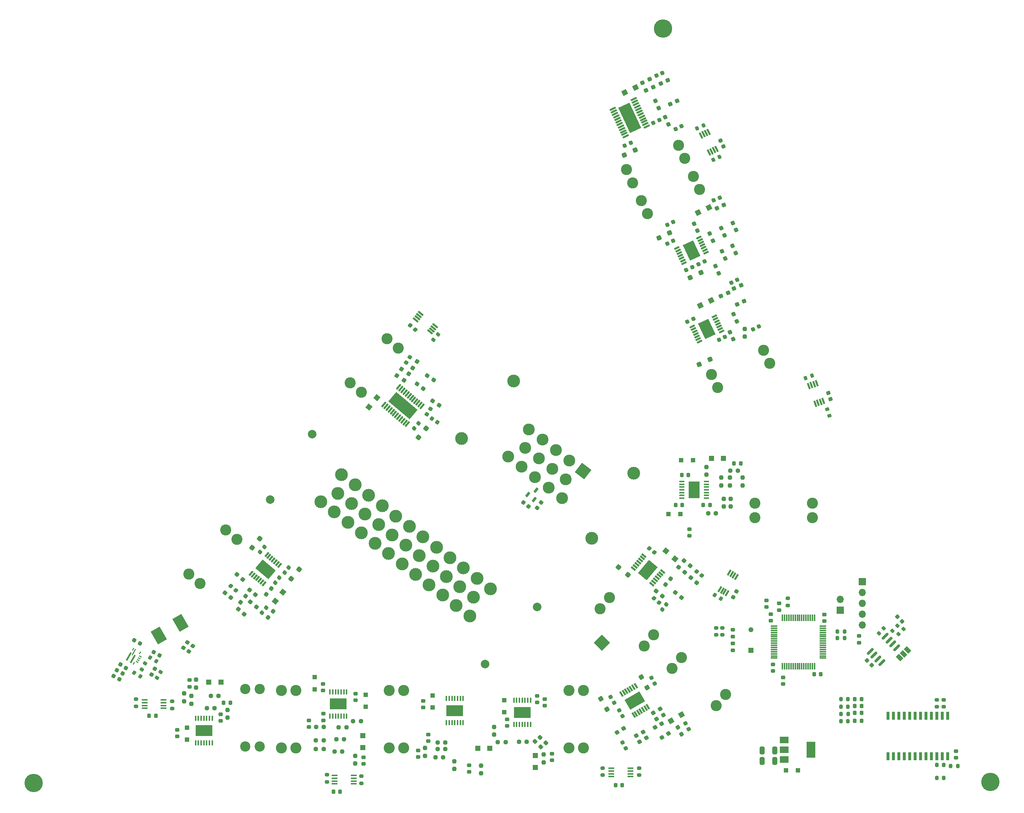
<source format=gbr>
%TF.GenerationSoftware,KiCad,Pcbnew,8.0.0*%
%TF.CreationDate,2024-03-07T18:38:20+01:00*%
%TF.ProjectId,PDU FT24,50445520-4654-4323-942e-6b696361645f,rev?*%
%TF.SameCoordinates,Original*%
%TF.FileFunction,Soldermask,Top*%
%TF.FilePolarity,Negative*%
%FSLAX46Y46*%
G04 Gerber Fmt 4.6, Leading zero omitted, Abs format (unit mm)*
G04 Created by KiCad (PCBNEW 8.0.0) date 2024-03-07 18:38:20*
%MOMM*%
%LPD*%
G01*
G04 APERTURE LIST*
G04 Aperture macros list*
%AMRoundRect*
0 Rectangle with rounded corners*
0 $1 Rounding radius*
0 $2 $3 $4 $5 $6 $7 $8 $9 X,Y pos of 4 corners*
0 Add a 4 corners polygon primitive as box body*
4,1,4,$2,$3,$4,$5,$6,$7,$8,$9,$2,$3,0*
0 Add four circle primitives for the rounded corners*
1,1,$1+$1,$2,$3*
1,1,$1+$1,$4,$5*
1,1,$1+$1,$6,$7*
1,1,$1+$1,$8,$9*
0 Add four rect primitives between the rounded corners*
20,1,$1+$1,$2,$3,$4,$5,0*
20,1,$1+$1,$4,$5,$6,$7,0*
20,1,$1+$1,$6,$7,$8,$9,0*
20,1,$1+$1,$8,$9,$2,$3,0*%
%AMRotRect*
0 Rectangle, with rotation*
0 The origin of the aperture is its center*
0 $1 length*
0 $2 width*
0 $3 Rotation angle, in degrees counterclockwise*
0 Add horizontal line*
21,1,$1,$2,0,0,$3*%
G04 Aperture macros list end*
%ADD10R,0.450000X1.310000*%
%ADD11R,4.000000X2.650000*%
%ADD12R,1.475000X0.450000*%
%ADD13RoundRect,0.250000X0.325000X0.650000X-0.325000X0.650000X-0.325000X-0.650000X0.325000X-0.650000X0*%
%ADD14RoundRect,0.225000X0.046884X-0.333057X0.336138X0.011663X-0.046884X0.333057X-0.336138X-0.011663X0*%
%ADD15RoundRect,0.237500X0.237500X-0.250000X0.237500X0.250000X-0.237500X0.250000X-0.237500X-0.250000X0*%
%ADD16RoundRect,0.237500X-0.250000X-0.237500X0.250000X-0.237500X0.250000X0.237500X-0.250000X0.237500X0*%
%ADD17RoundRect,0.225000X-0.046884X0.333057X-0.336138X-0.011663X0.046884X-0.333057X0.336138X0.011663X0*%
%ADD18RoundRect,0.225000X0.225000X0.250000X-0.225000X0.250000X-0.225000X-0.250000X0.225000X-0.250000X0*%
%ADD19RoundRect,0.237500X0.320903X-0.126205X0.109594X0.326949X-0.320903X0.126205X-0.109594X-0.326949X0*%
%ADD20C,2.595000*%
%ADD21RoundRect,0.225000X-0.098265X-0.321666X0.309574X-0.131488X0.098265X0.321666X-0.309574X0.131488X0*%
%ADD22C,4.300000*%
%ADD23RoundRect,0.200000X-0.053033X0.335876X-0.335876X0.053033X0.053033X-0.335876X0.335876X-0.053033X0*%
%ADD24RoundRect,0.237500X-0.320903X0.126205X-0.109594X-0.326949X0.320903X-0.126205X0.109594X0.326949X0*%
%ADD25RoundRect,0.218750X0.218750X0.256250X-0.218750X0.256250X-0.218750X-0.256250X0.218750X-0.256250X0*%
%ADD26RotRect,1.310000X0.450000X205.000000*%
%ADD27RotRect,2.650000X4.000000X205.000000*%
%ADD28RoundRect,0.200000X0.053033X-0.335876X0.335876X-0.053033X-0.053033X0.335876X-0.335876X0.053033X0*%
%ADD29RoundRect,0.225000X0.250000X-0.225000X0.250000X0.225000X-0.250000X0.225000X-0.250000X-0.225000X0*%
%ADD30RoundRect,0.250000X-0.300000X0.300000X-0.300000X-0.300000X0.300000X-0.300000X0.300000X0.300000X0*%
%ADD31RoundRect,0.237500X-0.344173X-0.021239X0.038849X-0.342632X0.344173X0.021239X-0.038849X0.342632X0*%
%ADD32RoundRect,0.237500X0.250000X0.237500X-0.250000X0.237500X-0.250000X-0.237500X0.250000X-0.237500X0*%
%ADD33RoundRect,0.237500X-0.126205X-0.320903X0.326949X-0.109594X0.126205X0.320903X-0.326949X0.109594X0*%
%ADD34RoundRect,0.250000X0.036977X-0.422650X0.422650X0.036977X-0.036977X0.422650X-0.422650X-0.036977X0*%
%ADD35RoundRect,0.225000X-0.327703X-0.075733X0.040915X-0.333843X0.327703X0.075733X-0.040915X0.333843X0*%
%ADD36RoundRect,0.237500X-0.237500X0.250000X-0.237500X-0.250000X0.237500X-0.250000X0.237500X0.250000X0*%
%ADD37RoundRect,0.225000X-0.250000X0.225000X-0.250000X-0.225000X0.250000X-0.225000X0.250000X0.225000X0*%
%ADD38RoundRect,0.237500X0.097756X0.330681X-0.335256X0.080681X-0.097756X-0.330681X0.335256X-0.080681X0*%
%ADD39RoundRect,0.225000X-0.329006X0.069856X-0.104006X-0.319856X0.329006X-0.069856X0.104006X0.319856X0*%
%ADD40RoundRect,0.200000X0.200000X0.275000X-0.200000X0.275000X-0.200000X-0.275000X0.200000X-0.275000X0*%
%ADD41RoundRect,0.200000X-0.275000X0.200000X-0.275000X-0.200000X0.275000X-0.200000X0.275000X0.200000X0*%
%ADD42RoundRect,0.250000X-0.409808X0.109808X-0.109808X-0.409808X0.409808X-0.109808X0.109808X0.409808X0*%
%ADD43RoundRect,0.237500X0.344173X0.021239X-0.038849X0.342632X-0.344173X-0.021239X0.038849X-0.342632X0*%
%ADD44RoundRect,0.225000X0.075733X-0.327703X0.333843X0.040915X-0.075733X0.327703X-0.333843X-0.040915X0*%
%ADD45RoundRect,0.237500X-0.021239X0.344173X-0.342632X-0.038849X0.021239X-0.344173X0.342632X0.038849X0*%
%ADD46RoundRect,0.225000X0.098265X0.321666X-0.309574X0.131488X-0.098265X-0.321666X0.309574X-0.131488X0*%
%ADD47RoundRect,0.250000X-0.300000X-0.300000X0.300000X-0.300000X0.300000X0.300000X-0.300000X0.300000X0*%
%ADD48RoundRect,0.200000X-0.082105X0.329975X-0.339220X0.023558X0.082105X-0.329975X0.339220X-0.023558X0*%
%ADD49RoundRect,0.200000X-0.093883X-0.326819X0.281994X-0.190011X0.093883X0.326819X-0.281994X0.190011X0*%
%ADD50RoundRect,0.225000X-0.319856X-0.104006X0.069856X-0.329006X0.319856X0.104006X-0.069856X0.329006X0*%
%ADD51RotRect,0.250000X0.600000X240.000000*%
%ADD52RotRect,0.250000X0.600000X150.000000*%
%ADD53RotRect,0.250000X1.700000X150.000000*%
%ADD54RotRect,0.400000X2.100000X150.000000*%
%ADD55RoundRect,0.225000X-0.333057X-0.046884X0.011663X-0.336138X0.333057X0.046884X-0.011663X0.336138X0*%
%ADD56RoundRect,0.237500X-0.097756X-0.330681X0.335256X-0.080681X0.097756X0.330681X-0.335256X0.080681X0*%
%ADD57R,1.200000X1.200000*%
%ADD58RoundRect,0.200000X0.275000X-0.200000X0.275000X0.200000X-0.275000X0.200000X-0.275000X-0.200000X0*%
%ADD59RotRect,0.450000X1.475000X330.000000*%
%ADD60RoundRect,0.237500X-0.051155X0.341012X-0.337943X-0.068564X0.051155X-0.341012X0.337943X0.068564X0*%
%ADD61RoundRect,0.225000X0.333057X0.046884X-0.011663X0.336138X-0.333057X-0.046884X0.011663X-0.336138X0*%
%ADD62RoundRect,0.225000X-0.225000X-0.250000X0.225000X-0.250000X0.225000X0.250000X-0.225000X0.250000X0*%
%ADD63RoundRect,0.225000X0.321666X-0.098265X0.131488X0.309574X-0.321666X0.098265X-0.131488X-0.309574X0*%
%ADD64RoundRect,0.150000X-0.477297X-0.689429X0.689429X0.477297X0.477297X0.689429X-0.689429X-0.477297X0*%
%ADD65RotRect,1.000000X1.500000X45.000000*%
%ADD66RotRect,2.413000X3.429000X30.000000*%
%ADD67RoundRect,0.237500X0.126205X0.320903X-0.326949X0.109594X-0.126205X-0.320903X0.326949X-0.109594X0*%
%ADD68RotRect,1.200000X1.200000X205.000000*%
%ADD69RoundRect,0.225000X0.104006X-0.319856X0.329006X0.069856X-0.104006X0.319856X-0.329006X-0.069856X0*%
%ADD70RoundRect,0.250000X0.300000X0.300000X-0.300000X0.300000X-0.300000X-0.300000X0.300000X-0.300000X0*%
%ADD71RoundRect,0.237500X0.341012X0.051155X-0.068564X0.337943X-0.341012X-0.051155X0.068564X-0.337943X0*%
%ADD72RoundRect,0.200000X-0.200000X-0.275000X0.200000X-0.275000X0.200000X0.275000X-0.200000X0.275000X0*%
%ADD73RotRect,1.200000X1.200000X30.000000*%
%ADD74RotRect,0.450000X1.525000X320.000000*%
%ADD75RotRect,2.870000X6.500000X230.000000*%
%ADD76RotRect,0.450000X1.475000X230.000000*%
%ADD77RoundRect,0.200000X0.138157X-0.310705X0.338157X0.035705X-0.138157X0.310705X-0.338157X-0.035705X0*%
%ADD78R,0.700000X1.950000*%
%ADD79RoundRect,0.200000X0.310705X0.138157X-0.035705X0.338157X-0.310705X-0.138157X0.035705X-0.338157X0*%
%ADD80RoundRect,0.200000X-0.138157X0.310705X-0.338157X-0.035705X0.138157X-0.310705X0.338157X0.035705X0*%
%ADD81RoundRect,0.225000X-0.075733X0.327703X-0.333843X-0.040915X0.075733X-0.327703X0.333843X0.040915X0*%
%ADD82R,2.000000X1.500000*%
%ADD83R,2.000000X3.800000*%
%ADD84RoundRect,0.200000X0.065042X0.333758X-0.297482X0.164711X-0.065042X-0.333758X0.297482X-0.164711X0*%
%ADD85RotRect,1.310000X0.450000X140.000000*%
%ADD86RotRect,2.650000X4.000000X140.000000*%
%ADD87RotRect,1.310000X0.450000X50.000000*%
%ADD88RotRect,2.650000X4.000000X50.000000*%
%ADD89RoundRect,0.250000X-0.145107X-0.398678X0.398678X-0.145107X0.145107X0.398678X-0.398678X0.145107X0*%
%ADD90RotRect,1.200000X1.200000X230.000000*%
%ADD91R,1.310000X0.450000*%
%ADD92R,2.650000X4.000000*%
%ADD93R,1.700000X1.700000*%
%ADD94O,1.700000X1.700000*%
%ADD95RotRect,1.200000X1.200000X50.000000*%
%ADD96RoundRect,0.225000X-0.330695X-0.061367X0.026314X-0.335310X0.330695X0.061367X-0.026314X0.335310X0*%
%ADD97RoundRect,0.225000X-0.061367X0.330695X-0.335310X-0.026314X0.061367X-0.330695X0.335310X0.026314X0*%
%ADD98RoundRect,0.237500X0.021239X-0.344173X0.342632X0.038849X-0.021239X0.344173X-0.342632X-0.038849X0*%
%ADD99RoundRect,0.237500X-0.341012X-0.051155X0.068564X-0.337943X0.341012X0.051155X-0.068564X0.337943X0*%
%ADD100RoundRect,0.250000X-0.036977X0.422650X-0.422650X-0.036977X0.036977X-0.422650X0.422650X0.036977X0*%
%ADD101RoundRect,0.200000X-0.065042X-0.333758X0.297482X-0.164711X0.065042X0.333758X-0.297482X0.164711X0*%
%ADD102C,2.400000*%
%ADD103RotRect,1.200000X1.200000X140.000000*%
%ADD104R,1.192000X1.192000*%
%ADD105C,1.192000*%
%ADD106RoundRect,0.250000X0.300000X-0.300000X0.300000X0.300000X-0.300000X0.300000X-0.300000X-0.300000X0*%
%ADD107RoundRect,0.237500X0.330681X-0.097756X0.080681X0.335256X-0.330681X0.097756X-0.080681X-0.335256X0*%
%ADD108RoundRect,0.237500X0.051155X-0.341012X0.337943X0.068564X-0.051155X0.341012X-0.337943X-0.068564X0*%
%ADD109RoundRect,0.225000X0.329006X-0.069856X0.104006X0.319856X-0.329006X0.069856X-0.104006X-0.319856X0*%
%ADD110RoundRect,0.250000X1.590990X0.000000X0.000000X1.590990X-1.590990X0.000000X0.000000X-1.590990X0*%
%ADD111RotRect,1.310000X0.450000X120.000000*%
%ADD112RotRect,2.650000X4.000000X120.000000*%
%ADD113RoundRect,0.075000X-0.700000X-0.075000X0.700000X-0.075000X0.700000X0.075000X-0.700000X0.075000X0*%
%ADD114RoundRect,0.075000X-0.075000X-0.700000X0.075000X-0.700000X0.075000X0.700000X-0.075000X0.700000X0*%
%ADD115RotRect,0.450000X1.475000X25.000000*%
%ADD116RoundRect,0.225000X0.335876X0.017678X0.017678X0.335876X-0.335876X-0.017678X-0.017678X-0.335876X0*%
%ADD117RoundRect,0.237500X0.344715X-0.008839X-0.008839X0.344715X-0.344715X0.008839X0.008839X-0.344715X0*%
%ADD118RoundRect,0.250000X-0.422650X-0.036977X0.036977X-0.422650X0.422650X0.036977X-0.036977X0.422650X0*%
%ADD119RoundRect,0.225000X0.311878X-0.125926X0.157969X0.296936X-0.311878X0.125926X-0.157969X-0.296936X0*%
%ADD120RotRect,0.600000X1.250000X142.500000*%
%ADD121RoundRect,0.237500X-0.344715X0.008839X0.008839X-0.344715X0.344715X-0.008839X-0.008839X0.344715X0*%
%ADD122RoundRect,0.200000X-0.326819X0.093883X-0.190011X-0.281994X0.326819X-0.093883X0.190011X0.281994X0*%
%ADD123RotRect,0.450000X1.525000X295.000000*%
%ADD124RotRect,2.870000X6.500000X205.000000*%
%ADD125RoundRect,0.200000X-0.310705X-0.138157X0.035705X-0.338157X0.310705X0.138157X-0.035705X0.338157X0*%
%ADD126RotRect,0.450000X1.475000X20.000000*%
%ADD127C,2.000000*%
%ADD128C,3.000000*%
%ADD129RotRect,2.775000X2.775000X142.500000*%
%ADD130C,2.775000*%
G04 APERTURE END LIST*
D10*
%TO.C,U12*%
X177625000Y-210550000D03*
X178275000Y-210550000D03*
X178925000Y-210550000D03*
X179575000Y-210545000D03*
X180225000Y-210550000D03*
X180875000Y-210550000D03*
X181525000Y-210550000D03*
X181525000Y-204850000D03*
X180875000Y-204850000D03*
X180225000Y-204850000D03*
X179575000Y-204850000D03*
X178925000Y-204850000D03*
X178275000Y-204850000D03*
X177625000Y-204850000D03*
D11*
X179575000Y-207700000D03*
%TD*%
D12*
%TO.C,IC5*%
X220659075Y-223153156D03*
X220659075Y-222503156D03*
X220659075Y-221853156D03*
X220659075Y-221203156D03*
X216235075Y-221203156D03*
X216235075Y-221853156D03*
X216235075Y-222503156D03*
X216235075Y-223153156D03*
%TD*%
D13*
%TO.C,C17*%
X254475000Y-217000000D03*
X251525000Y-217000000D03*
%TD*%
D14*
%TO.C,C121*%
X228101840Y-183993684D03*
X229098160Y-182806316D03*
%TD*%
D15*
%TO.C,R124*%
X172600000Y-218312500D03*
X172600000Y-216487500D03*
%TD*%
D16*
%TO.C,R178*%
X189635071Y-215060792D03*
X191460071Y-215060792D03*
%TD*%
D17*
%TO.C,C19*%
X138498160Y-176606316D03*
X137501840Y-177793684D03*
%TD*%
D18*
%TO.C,C29*%
X109575000Y-208875000D03*
X108025000Y-208875000D03*
%TD*%
D19*
%TO.C,R54*%
X229616287Y-70366890D03*
X228845009Y-68712878D03*
%TD*%
D20*
%TO.C,U2*%
X167633517Y-203015274D03*
X167633517Y-216485274D03*
X164233517Y-203015274D03*
X164233517Y-216485274D03*
%TD*%
D21*
%TO.C,C52*%
X249347112Y-118420271D03*
X250751890Y-117765213D03*
%TD*%
D22*
%TO.C,H1*%
X228265696Y-47953087D03*
%TD*%
D23*
%TO.C,R4*%
X283183363Y-187816637D03*
X282016637Y-188983363D03*
%TD*%
D24*
%TO.C,R194*%
X244561436Y-98851150D03*
X245332714Y-100505162D03*
%TD*%
D25*
%TO.C,D4*%
X274787500Y-205000000D03*
X273212500Y-205000000D03*
%TD*%
D10*
%TO.C,U46*%
X193390668Y-210973080D03*
X194040668Y-210973080D03*
X194690668Y-210973080D03*
X195340668Y-210968080D03*
X195990668Y-210973080D03*
X196640668Y-210973080D03*
X197290668Y-210973080D03*
X197290668Y-205273080D03*
X196640668Y-205273080D03*
X195990668Y-205273080D03*
X195340668Y-205273080D03*
X194690668Y-205273080D03*
X194040668Y-205273080D03*
X193390668Y-205273080D03*
D11*
X195340668Y-208123080D03*
%TD*%
D26*
%TO.C,U18*%
X241981712Y-118892052D03*
X241707010Y-118302952D03*
X241432308Y-117713852D03*
X241153075Y-117126865D03*
X240882904Y-116535652D03*
X240608202Y-115946552D03*
X240333501Y-115357452D03*
X235167546Y-117766376D03*
X235442248Y-118355476D03*
X235716950Y-118944576D03*
X235991652Y-119533676D03*
X236266354Y-120122776D03*
X236541056Y-120711876D03*
X236815757Y-121300976D03*
D27*
X238574629Y-118329214D03*
%TD*%
D28*
%TO.C,R118*%
X283416637Y-189783363D03*
X284583363Y-188616637D03*
%TD*%
D29*
%TO.C,C72*%
X274200000Y-191775000D03*
X274200000Y-190225000D03*
%TD*%
D22*
%TO.C,H3*%
X304938392Y-224383918D03*
%TD*%
D14*
%TO.C,C49*%
X170033657Y-141632601D03*
X171029977Y-140445233D03*
%TD*%
D30*
%TO.C,D8*%
X146782938Y-199890379D03*
X146782938Y-202690379D03*
%TD*%
D31*
%TO.C,R24*%
X128525291Y-175824874D03*
X129923323Y-176997962D03*
%TD*%
D32*
%TO.C,R30*%
X157602500Y-210170000D03*
X155777500Y-210170000D03*
%TD*%
%TO.C,R31*%
X154217173Y-211617123D03*
X152392173Y-211617123D03*
%TD*%
D33*
%TO.C,R72*%
X245620069Y-112563795D03*
X247274081Y-111792517D03*
%TD*%
D34*
%TO.C,D15*%
X171047172Y-143750618D03*
X172846978Y-141605694D03*
%TD*%
D35*
%TO.C,C47*%
X174200000Y-139300000D03*
X175469686Y-140189044D03*
%TD*%
D29*
%TO.C,C23*%
X158230000Y-220175000D03*
X158230000Y-218625000D03*
%TD*%
D18*
%TO.C,C113*%
X127021832Y-205842478D03*
X125471832Y-205842478D03*
%TD*%
D29*
%TO.C,C117*%
X200600000Y-206575000D03*
X200600000Y-205025000D03*
%TD*%
D15*
%TO.C,R177*%
X200365906Y-219826901D03*
X200365906Y-218001901D03*
%TD*%
D20*
%TO.C,U17*%
X239624641Y-128983767D03*
X251832607Y-123291099D03*
X241061543Y-132065213D03*
X253269509Y-126372545D03*
%TD*%
D36*
%TO.C,R175*%
X188771419Y-211504046D03*
X188771419Y-213329046D03*
%TD*%
D37*
%TO.C,C7*%
X252513478Y-181881646D03*
X252513478Y-183431646D03*
%TD*%
D38*
%TO.C,R9*%
X228390248Y-208743750D03*
X226809752Y-209656250D03*
%TD*%
D39*
%TO.C,C97*%
X218046097Y-207612428D03*
X218821097Y-208954768D03*
%TD*%
D40*
%TO.C,R13*%
X297272075Y-220678156D03*
X295622075Y-220678156D03*
%TD*%
D41*
%TO.C,R7*%
X240727075Y-188333156D03*
X240727075Y-189983156D03*
%TD*%
D42*
%TO.C,D19*%
X223200000Y-199887564D03*
X224600000Y-202312436D03*
%TD*%
D20*
%TO.C,U8*%
X142376381Y-203015274D03*
X142376381Y-216485274D03*
X138976381Y-203015274D03*
X138976381Y-216485274D03*
%TD*%
D43*
%TO.C,R185*%
X233345398Y-175316839D03*
X231947366Y-174143751D03*
%TD*%
D44*
%TO.C,C48*%
X173002553Y-138312999D03*
X173891597Y-137043313D03*
%TD*%
D31*
%TO.C,R186*%
X233232940Y-172611663D03*
X234630972Y-173784751D03*
%TD*%
D45*
%TO.C,R182*%
X230086544Y-176800984D03*
X228913456Y-178199016D03*
%TD*%
D36*
%TO.C,R171*%
X119000000Y-200487500D03*
X119000000Y-202312500D03*
%TD*%
D46*
%TO.C,C51*%
X245693692Y-106829158D03*
X244288914Y-107484216D03*
%TD*%
D47*
%TO.C,D43*%
X232547075Y-149044884D03*
X235347075Y-149044884D03*
%TD*%
D20*
%TO.C,U47*%
X215783430Y-181268550D03*
X226102048Y-189926899D03*
X213597952Y-183873101D03*
X223916570Y-192531450D03*
%TD*%
D36*
%TO.C,R128*%
X238447076Y-150632385D03*
X238447076Y-152457385D03*
%TD*%
D24*
%TO.C,R193*%
X241925423Y-94716220D03*
X242696701Y-96370232D03*
%TD*%
D25*
%TO.C,D2*%
X274787500Y-208266834D03*
X273212500Y-208266834D03*
%TD*%
D32*
%TO.C,R132*%
X240705352Y-161498509D03*
X238880352Y-161498509D03*
%TD*%
D16*
%TO.C,R29*%
X147034575Y-214678156D03*
X148859575Y-214678156D03*
%TD*%
D48*
%TO.C,R65*%
X175628307Y-119567955D03*
X174567707Y-120831929D03*
%TD*%
D29*
%TO.C,C3*%
X244637075Y-190343156D03*
X244637075Y-188793156D03*
%TD*%
D39*
%TO.C,C13*%
X225612500Y-200028830D03*
X226387500Y-201371170D03*
%TD*%
D37*
%TO.C,C119*%
X198800000Y-204225000D03*
X198800000Y-205775000D03*
%TD*%
D49*
%TO.C,R37*%
X261671829Y-129844129D03*
X263222321Y-129279795D03*
%TD*%
D37*
%TO.C,C8*%
X266070509Y-185168422D03*
X266070509Y-186718422D03*
%TD*%
D15*
%TO.C,R134*%
X246947075Y-154957385D03*
X246947075Y-153132385D03*
%TD*%
D31*
%TO.C,R21*%
X125748059Y-180091612D03*
X127146091Y-181264700D03*
%TD*%
D50*
%TO.C,C58*%
X109108830Y-193972500D03*
X110451170Y-194747500D03*
%TD*%
D36*
%TO.C,R133*%
X243947074Y-153132383D03*
X243947074Y-154957383D03*
%TD*%
D46*
%TO.C,C125*%
X230702389Y-93272471D03*
X229297611Y-93927529D03*
%TD*%
D51*
%TO.C,IC8*%
X105195160Y-196301602D03*
X105445160Y-195868589D03*
X105695160Y-195435577D03*
X105945160Y-195002564D03*
D52*
X105863128Y-194204647D03*
D53*
X104462295Y-194030961D03*
D52*
X104304282Y-193304647D03*
D54*
X103210000Y-195040000D03*
X104214590Y-195620000D03*
D52*
X104463128Y-196629519D03*
%TD*%
D55*
%TO.C,C20*%
X127085282Y-178532786D03*
X128272650Y-179529106D03*
%TD*%
D56*
%TO.C,R150*%
X228015177Y-213980085D03*
X229595673Y-213067585D03*
%TD*%
D22*
%TO.C,H2*%
X80967378Y-224661557D03*
%TD*%
D57*
%TO.C,D56*%
X122000000Y-201000000D03*
X124800000Y-201000000D03*
%TD*%
D19*
%TO.C,R70*%
X244733639Y-120715006D03*
X243962361Y-119060994D03*
%TD*%
D58*
%TO.C,R117*%
X149674399Y-224381006D03*
X149674399Y-222731006D03*
%TD*%
D59*
%TO.C,IC3*%
X245486692Y-176398480D03*
X244923775Y-176073480D03*
X244360859Y-175748480D03*
X243797942Y-175423480D03*
X241585942Y-179254776D03*
X242148859Y-179579776D03*
X242711775Y-179904776D03*
X243274692Y-180229776D03*
%TD*%
D37*
%TO.C,C118*%
X191774841Y-209728443D03*
X191774841Y-211278443D03*
%TD*%
D20*
%TO.C,U13*%
X155051168Y-130949181D03*
X163709517Y-120630563D03*
X157655719Y-133134659D03*
X166314068Y-122816041D03*
%TD*%
D60*
%TO.C,R60*%
X168758795Y-128832715D03*
X167712019Y-130327667D03*
%TD*%
D16*
%TO.C,R125*%
X175534575Y-216678156D03*
X177359575Y-216678156D03*
%TD*%
%TO.C,R36*%
X151840836Y-214449953D03*
X153665836Y-214449953D03*
%TD*%
D30*
%TO.C,D10*%
X174400000Y-204200000D03*
X174400000Y-207000000D03*
%TD*%
D29*
%TO.C,C80*%
X182890178Y-222045499D03*
X182890178Y-220495499D03*
%TD*%
D25*
%TO.C,D1*%
X274787500Y-210100000D03*
X273212500Y-210100000D03*
%TD*%
D55*
%TO.C,C50*%
X169100739Y-117493377D03*
X170288107Y-118489697D03*
%TD*%
D20*
%TO.C,U15*%
X219757566Y-81005611D03*
X231965532Y-75312943D03*
X221194468Y-84087057D03*
X233402434Y-78394389D03*
%TD*%
D43*
%TO.C,R25*%
X132899016Y-180586544D03*
X131500984Y-179413456D03*
%TD*%
D61*
%TO.C,C122*%
X227400000Y-182400000D03*
X226212632Y-181403680D03*
%TD*%
D62*
%TO.C,C87*%
X237725000Y-159544884D03*
X239275000Y-159544884D03*
%TD*%
D29*
%TO.C,C116*%
X202335522Y-219342105D03*
X202335522Y-217792105D03*
%TD*%
D15*
%TO.C,R127*%
X242500000Y-159912500D03*
X242500000Y-158087500D03*
%TD*%
D39*
%TO.C,C96*%
X218802935Y-215199015D03*
X219577935Y-216541355D03*
%TD*%
D58*
%TO.C,R8*%
X242227075Y-189983156D03*
X242227075Y-188333156D03*
%TD*%
D63*
%TO.C,C31*%
X242451402Y-75588137D03*
X241796344Y-74183359D03*
%TD*%
D64*
%TO.C,U1*%
X276802872Y-193803051D03*
X277700898Y-194701076D03*
X278598924Y-195599102D03*
X279496949Y-196497128D03*
X282997128Y-192996949D03*
X282099102Y-192098924D03*
X281201076Y-191200898D03*
X280303051Y-190302872D03*
%TD*%
D65*
%TO.C,JP1*%
X283680761Y-195319239D03*
X284600000Y-194400000D03*
X285519239Y-193480761D03*
%TD*%
D66*
%TO.C,L2*%
X110310340Y-190080500D03*
X115369660Y-187159500D03*
%TD*%
D67*
%TO.C,R55*%
X226012245Y-61661938D03*
X224358233Y-62433216D03*
%TD*%
D68*
%TO.C,D13*%
X221848831Y-61778334D03*
X219311169Y-62961666D03*
%TD*%
D37*
%TO.C,C86*%
X234500000Y-165225000D03*
X234500000Y-166775000D03*
%TD*%
D69*
%TO.C,C60*%
X108552500Y-199251170D03*
X109327500Y-197908830D03*
%TD*%
D37*
%TO.C,C112*%
X117463465Y-200570563D03*
X117463465Y-202120563D03*
%TD*%
D20*
%TO.C,U6*%
X128578525Y-167611586D03*
X119920176Y-177930204D03*
X125973974Y-165426108D03*
X117315625Y-175744726D03*
%TD*%
D37*
%TO.C,C24*%
X145400000Y-210025000D03*
X145400000Y-211575000D03*
%TD*%
D43*
%TO.C,R181*%
X232612897Y-181229235D03*
X231214865Y-180056147D03*
%TD*%
D16*
%TO.C,R32*%
X147034575Y-216678156D03*
X148859575Y-216678156D03*
%TD*%
D70*
%TO.C,D5*%
X259855000Y-221700000D03*
X257055000Y-221700000D03*
%TD*%
D71*
%TO.C,R59*%
X175891139Y-136196724D03*
X174396187Y-135149948D03*
%TD*%
D56*
%TO.C,R146*%
X222829184Y-214997682D03*
X224409680Y-214085182D03*
%TD*%
D72*
%TO.C,R18*%
X269122075Y-190678156D03*
X270772075Y-190678156D03*
%TD*%
D33*
%TO.C,R56*%
X223512997Y-60620599D03*
X225167009Y-59849321D03*
%TD*%
D62*
%TO.C,C77*%
X151172075Y-226678156D03*
X152722075Y-226678156D03*
%TD*%
D58*
%TO.C,R44*%
X214182642Y-222804117D03*
X214182642Y-221154117D03*
%TD*%
D40*
%TO.C,R15*%
X294005021Y-220457848D03*
X292355021Y-220457848D03*
%TD*%
D14*
%TO.C,C18*%
X134448915Y-184771840D03*
X135445235Y-183584472D03*
%TD*%
D73*
%TO.C,D47*%
X230187564Y-210100000D03*
X232612436Y-208700000D03*
%TD*%
D20*
%TO.C,U45*%
X209651728Y-203015274D03*
X209651728Y-216485274D03*
X206251728Y-203015274D03*
X206251728Y-216485274D03*
%TD*%
D26*
%TO.C,U50*%
X238373754Y-100468679D03*
X238099052Y-99879579D03*
X237824350Y-99290479D03*
X237545117Y-98703492D03*
X237274946Y-98112279D03*
X237000244Y-97523179D03*
X236725543Y-96934079D03*
X231559588Y-99343003D03*
X231834290Y-99932103D03*
X232108992Y-100521203D03*
X232383694Y-101110303D03*
X232658396Y-101699403D03*
X232933098Y-102288503D03*
X233207799Y-102877603D03*
D27*
X234966671Y-99905841D03*
%TD*%
D74*
%TO.C,IC9*%
X171910773Y-136468014D03*
X171412844Y-136050202D03*
X170914915Y-135632390D03*
X170416986Y-135214578D03*
X169919057Y-134796766D03*
X169421128Y-134378954D03*
X168923200Y-133961142D03*
X168425271Y-133543331D03*
X167927342Y-133125519D03*
X167429413Y-132707707D03*
X166931484Y-132289895D03*
X166433555Y-131872083D03*
X162947075Y-136027108D03*
X163445004Y-136444920D03*
X163942933Y-136862732D03*
X164440862Y-137280544D03*
X164938791Y-137698356D03*
X165436720Y-138116168D03*
X165934648Y-138533980D03*
X166432577Y-138951791D03*
X166930506Y-139369603D03*
X167428435Y-139787415D03*
X167926364Y-140205227D03*
X168424293Y-140623039D03*
D75*
X167428924Y-136247561D03*
%TD*%
D67*
%TO.C,R71*%
X243537220Y-109820086D03*
X241883208Y-110591364D03*
%TD*%
D30*
%TO.C,D59*%
X191120000Y-205300000D03*
X191120000Y-208100000D03*
%TD*%
D62*
%TO.C,C89*%
X232672075Y-152544884D03*
X234222075Y-152544884D03*
%TD*%
D76*
%TO.C,IC2*%
X173744389Y-119031487D03*
X174162201Y-118533558D03*
X174580013Y-118035629D03*
X174997825Y-117537700D03*
X171608845Y-114694007D03*
X171191033Y-115191936D03*
X170773221Y-115689865D03*
X170355409Y-116187794D03*
%TD*%
D77*
%TO.C,R76*%
X109847500Y-200064471D03*
X110672500Y-198635529D03*
%TD*%
D24*
%TO.C,R187*%
X242133770Y-100135063D03*
X242905048Y-101789075D03*
%TD*%
D21*
%TO.C,C127*%
X233719478Y-104514747D03*
X235124256Y-103859689D03*
%TD*%
D78*
%TO.C,U4*%
X294932075Y-208953156D03*
X293662075Y-208953156D03*
X292392075Y-208953156D03*
X291122075Y-208953156D03*
X289852075Y-208953156D03*
X288582075Y-208953156D03*
X287312075Y-208953156D03*
X286042075Y-208953156D03*
X284772075Y-208953156D03*
X283502075Y-208953156D03*
X282232075Y-208953156D03*
X280962075Y-208953156D03*
X280962075Y-218403156D03*
X282232075Y-218403156D03*
X283502075Y-218403156D03*
X284772075Y-218403156D03*
X286042075Y-218403156D03*
X287312075Y-218403156D03*
X288582075Y-218403156D03*
X289852075Y-218403156D03*
X291122075Y-218403156D03*
X292392075Y-218403156D03*
X293662075Y-218403156D03*
X294932075Y-218403156D03*
%TD*%
D45*
%TO.C,R39*%
X136586544Y-179100984D03*
X135413456Y-180499016D03*
%TD*%
D62*
%TO.C,C9*%
X263672075Y-199178156D03*
X265222075Y-199178156D03*
%TD*%
D72*
%TO.C,R12*%
X292355021Y-223457848D03*
X294005021Y-223457848D03*
%TD*%
D56*
%TO.C,R148*%
X217516213Y-212795346D03*
X219096709Y-211882846D03*
%TD*%
D17*
%TO.C,C21*%
X134998160Y-169406316D03*
X134001840Y-170593684D03*
%TD*%
D15*
%TO.C,R67*%
X247400000Y-120112500D03*
X247400000Y-118287500D03*
%TD*%
D79*
%TO.C,R74*%
X105984471Y-199672500D03*
X104555529Y-198847500D03*
%TD*%
D72*
%TO.C,R2*%
X269975000Y-208500000D03*
X271625000Y-208500000D03*
%TD*%
D29*
%TO.C,C114*%
X124746832Y-210117478D03*
X124746832Y-208567478D03*
%TD*%
D41*
%TO.C,R43*%
X222682642Y-221154117D03*
X222682642Y-222804117D03*
%TD*%
D24*
%TO.C,R68*%
X244815786Y-114868621D03*
X245587064Y-116522633D03*
%TD*%
D80*
%TO.C,R77*%
X107082500Y-196655529D03*
X106257500Y-198084471D03*
%TD*%
D81*
%TO.C,C62*%
X116934522Y-191685157D03*
X116045478Y-192954843D03*
%TD*%
D24*
%TO.C,R188*%
X235561436Y-93656744D03*
X236332714Y-95310756D03*
%TD*%
D21*
%TO.C,C128*%
X229297611Y-98327529D03*
X230702389Y-97672471D03*
%TD*%
D29*
%TO.C,C115*%
X114600000Y-213775000D03*
X114600000Y-212225000D03*
%TD*%
D18*
%TO.C,C85*%
X246475000Y-149800000D03*
X244925000Y-149800000D03*
%TD*%
D21*
%TO.C,C54*%
X233987080Y-116627449D03*
X235391858Y-115972391D03*
%TD*%
D82*
%TO.C,U5*%
X256654964Y-214594980D03*
X256654964Y-216894980D03*
D83*
X262954964Y-216894980D03*
D82*
X256654964Y-219194980D03*
%TD*%
D15*
%TO.C,R122*%
X179447075Y-221379856D03*
X179447075Y-219554856D03*
%TD*%
D28*
%TO.C,R73*%
X278816637Y-189583363D03*
X279983363Y-188416637D03*
%TD*%
D84*
%TO.C,R46*%
X241540814Y-78039458D03*
X240045406Y-78736778D03*
%TD*%
D85*
%TO.C,U48*%
X225717760Y-178086978D03*
X226135572Y-177589049D03*
X226553384Y-177091121D03*
X226967365Y-176589978D03*
X227389008Y-176095263D03*
X227806820Y-175597334D03*
X228224632Y-175099405D03*
X223858178Y-171435516D03*
X223440366Y-171933445D03*
X223022554Y-172431373D03*
X222604742Y-172929302D03*
X222186930Y-173427231D03*
X221769118Y-173925160D03*
X221351306Y-174423089D03*
D86*
X224787969Y-174761247D03*
%TD*%
D16*
%TO.C,R170*%
X121498065Y-207103331D03*
X123323065Y-207103331D03*
%TD*%
D87*
%TO.C,U11*%
X131897767Y-175529791D03*
X132395696Y-175947603D03*
X132893624Y-176365415D03*
X133394767Y-176779396D03*
X133889482Y-177201039D03*
X134387411Y-177618851D03*
X134885340Y-178036663D03*
X138549229Y-173670209D03*
X138051300Y-173252397D03*
X137553372Y-172834585D03*
X137055443Y-172416773D03*
X136557514Y-171998961D03*
X136059585Y-171581149D03*
X135561656Y-171163337D03*
D88*
X135223498Y-174600000D03*
%TD*%
D37*
%TO.C,C26*%
X148740000Y-201455000D03*
X148740000Y-203005000D03*
%TD*%
%TO.C,C82*%
X173395288Y-213299312D03*
X173395288Y-214849312D03*
%TD*%
D89*
%TO.C,D16*%
X219231169Y-77591666D03*
X221768831Y-76408334D03*
%TD*%
D90*
%TO.C,D14*%
X161299903Y-134427538D03*
X159500097Y-136572462D03*
%TD*%
D91*
%TO.C,U32*%
X238437075Y-157944884D03*
X238437075Y-157294884D03*
X238437075Y-156644884D03*
X238432075Y-155994884D03*
X238437075Y-155344884D03*
X238437075Y-154694884D03*
X238437075Y-154044884D03*
X232737075Y-154044884D03*
X232737075Y-154694884D03*
X232737075Y-155344884D03*
X232737075Y-155994884D03*
X232737075Y-156644884D03*
X232737075Y-157294884D03*
X232737075Y-157944884D03*
D92*
X235587075Y-155994884D03*
%TD*%
D93*
%TO.C,J1*%
X269800000Y-184175000D03*
D94*
X269800000Y-181635000D03*
%TD*%
D50*
%TO.C,C56*%
X99713830Y-199577500D03*
X101056170Y-200352500D03*
%TD*%
D95*
%TO.C,D6*%
X137500097Y-182090103D03*
X139299903Y-179945179D03*
%TD*%
D41*
%TO.C,R105*%
X257513478Y-181431646D03*
X257513478Y-183081646D03*
%TD*%
D96*
%TO.C,C79*%
X195585151Y-158928210D03*
X196814849Y-159871790D03*
%TD*%
D37*
%TO.C,C41*%
X255513478Y-182606646D03*
X255513478Y-184156646D03*
%TD*%
D36*
%TO.C,R129*%
X241947074Y-153132384D03*
X241947074Y-154957384D03*
%TD*%
D97*
%TO.C,C78*%
X199771790Y-158985151D03*
X198828210Y-160214849D03*
%TD*%
D46*
%TO.C,C124*%
X241578654Y-87554250D03*
X240173876Y-88209308D03*
%TD*%
D89*
%TO.C,D21*%
X236731169Y-126591666D03*
X239268831Y-125408334D03*
%TD*%
D38*
%TO.C,R149*%
X227990248Y-210743750D03*
X226409752Y-211656250D03*
%TD*%
D32*
%TO.C,R131*%
X245859574Y-151500000D03*
X244034574Y-151500000D03*
%TD*%
D60*
%TO.C,R58*%
X170766312Y-125965684D03*
X169719536Y-127460636D03*
%TD*%
D98*
%TO.C,R23*%
X135860531Y-185877172D03*
X137033619Y-184479140D03*
%TD*%
D58*
%TO.C,R14*%
X294019544Y-206836685D03*
X294019544Y-205186685D03*
%TD*%
D99*
%TO.C,R19*%
X173091668Y-129233592D03*
X174586620Y-130280368D03*
%TD*%
D100*
%TO.C,D7*%
X133899903Y-167427538D03*
X132100097Y-169572462D03*
%TD*%
D25*
%TO.C,D3*%
X274787500Y-206661538D03*
X273212500Y-206661538D03*
%TD*%
D55*
%TO.C,C123*%
X225081836Y-169688295D03*
X226269204Y-170684615D03*
%TD*%
D89*
%TO.C,D63*%
X234678244Y-106269822D03*
X237215906Y-105086490D03*
%TD*%
D37*
%TO.C,C6*%
X253500000Y-185111315D03*
X253500000Y-186661315D03*
%TD*%
D57*
%TO.C,D41*%
X242409575Y-148594883D03*
X239609575Y-148594883D03*
%TD*%
D32*
%TO.C,R35*%
X153212931Y-217295877D03*
X151387931Y-217295877D03*
%TD*%
D15*
%TO.C,R123*%
X185708420Y-222411395D03*
X185708420Y-220586395D03*
%TD*%
D46*
%TO.C,C22*%
X228149464Y-58350627D03*
X226744686Y-59005685D03*
%TD*%
D57*
%TO.C,D58*%
X198400000Y-218200000D03*
X198400000Y-221000000D03*
%TD*%
D101*
%TO.C,R45*%
X236275295Y-71311568D03*
X237770703Y-70614248D03*
%TD*%
D102*
%TO.C,U43*%
X133909332Y-202665000D03*
X130509332Y-202665000D03*
X130509332Y-216135000D03*
X133909332Y-216135000D03*
%TD*%
D24*
%TO.C,R189*%
X239206498Y-95984073D03*
X239977776Y-97638085D03*
%TD*%
D89*
%TO.C,D17*%
X227331169Y-96991666D03*
X229868831Y-95808334D03*
%TD*%
D72*
%TO.C,R3*%
X269947075Y-206800000D03*
X271597075Y-206800000D03*
%TD*%
D16*
%TO.C,R34*%
X147087500Y-211500000D03*
X148912500Y-211500000D03*
%TD*%
D20*
%TO.C,U49*%
X223250034Y-88242668D03*
X235458000Y-82550000D03*
X224686936Y-91324114D03*
X236894902Y-85631446D03*
%TD*%
D12*
%TO.C,IC6*%
X155886399Y-224856006D03*
X155886399Y-224206006D03*
X155886399Y-223556006D03*
X155886399Y-222906006D03*
X151462399Y-222906006D03*
X151462399Y-223556006D03*
X151462399Y-224206006D03*
X151462399Y-224856006D03*
%TD*%
D103*
%TO.C,D60*%
X231097734Y-172125422D03*
X228952810Y-170325616D03*
%TD*%
D104*
%TO.C,Y1*%
X248887075Y-193618156D03*
D105*
X248887075Y-188738156D03*
%TD*%
D12*
%TO.C,IC4*%
X111412000Y-207175000D03*
X111412000Y-206525000D03*
X111412000Y-205875000D03*
X111412000Y-205225000D03*
X106988000Y-205225000D03*
X106988000Y-205875000D03*
X106988000Y-206525000D03*
X106988000Y-207175000D03*
%TD*%
D43*
%TO.C,R183*%
X236209856Y-177720408D03*
X234811824Y-176547320D03*
%TD*%
D50*
%TO.C,C55*%
X101263830Y-196927500D03*
X102606170Y-197702500D03*
%TD*%
D72*
%TO.C,R5*%
X269947363Y-205000000D03*
X271597363Y-205000000D03*
%TD*%
D68*
%TO.C,D20*%
X239528823Y-111606047D03*
X236991161Y-112789379D03*
%TD*%
D58*
%TO.C,R16*%
X292397613Y-206836685D03*
X292397613Y-205186685D03*
%TD*%
D24*
%TO.C,R52*%
X226527053Y-64925102D03*
X227298331Y-66579114D03*
%TD*%
D79*
%TO.C,R40*%
X241817775Y-181453230D03*
X240388833Y-180628230D03*
%TD*%
D17*
%TO.C,C11*%
X140698160Y-174206316D03*
X139701840Y-175393684D03*
%TD*%
D43*
%TO.C,R184*%
X228099016Y-180864035D03*
X226700984Y-179690947D03*
%TD*%
D36*
%TO.C,R172*%
X126346832Y-207529978D03*
X126346832Y-209354978D03*
%TD*%
D106*
%TO.C,D57*%
X116854108Y-214516656D03*
X116854108Y-211716656D03*
%TD*%
D107*
%TO.C,R147*%
X232655016Y-213191521D03*
X231742516Y-211611025D03*
%TD*%
D67*
%TO.C,R69*%
X246568310Y-108070086D03*
X244914298Y-108841364D03*
%TD*%
D61*
%TO.C,C120*%
X237390099Y-176099932D03*
X236202731Y-175103612D03*
%TD*%
D20*
%TO.C,U31*%
X263290143Y-162541321D03*
X249820143Y-162541321D03*
X263290143Y-159141321D03*
X249820143Y-159141321D03*
%TD*%
D108*
%TO.C,R61*%
X166023526Y-129252189D03*
X167070302Y-127757237D03*
%TD*%
D109*
%TO.C,C95*%
X234318316Y-212072442D03*
X233543316Y-210730102D03*
%TD*%
D68*
%TO.C,D62*%
X239020256Y-89905796D03*
X236482594Y-91089128D03*
%TD*%
D56*
%TO.C,R143*%
X222026836Y-213607975D03*
X223607332Y-212695475D03*
%TD*%
D57*
%TO.C,D38*%
X187714543Y-216550993D03*
X184914543Y-216550993D03*
%TD*%
D62*
%TO.C,C88*%
X231225000Y-159544884D03*
X232775000Y-159544884D03*
%TD*%
D67*
%TO.C,R51*%
X231627006Y-64914361D03*
X229972994Y-65685639D03*
%TD*%
D42*
%TO.C,D49*%
X213747075Y-204965720D03*
X215147075Y-207390592D03*
%TD*%
D29*
%TO.C,C14*%
X296855021Y-218732848D03*
X296855021Y-217182848D03*
%TD*%
D36*
%TO.C,R173*%
X117858647Y-204277902D03*
X117858647Y-206102902D03*
%TD*%
D110*
%TO.C,J4*%
X214000000Y-191800000D03*
%TD*%
D37*
%TO.C,C4*%
X244637075Y-192018156D03*
X244637075Y-193568156D03*
%TD*%
D93*
%TO.C,J6*%
X274947075Y-177518156D03*
D94*
X274947075Y-180058156D03*
X274947075Y-182598156D03*
X274947075Y-185138156D03*
X274947075Y-187678156D03*
%TD*%
D69*
%TO.C,C28*%
X244696738Y-181123541D03*
X245471738Y-179781201D03*
%TD*%
D38*
%TO.C,R6*%
X227590248Y-207343750D03*
X226009752Y-208256250D03*
%TD*%
D99*
%TO.C,R57*%
X170711368Y-131215328D03*
X172206320Y-132262104D03*
%TD*%
D18*
%TO.C,C30*%
X218722075Y-225178156D03*
X217172075Y-225178156D03*
%TD*%
D111*
%TO.C,U7*%
X221405273Y-208780672D03*
X221968190Y-208455672D03*
X222531106Y-208130672D03*
X223091523Y-207801342D03*
X223656940Y-207480672D03*
X224219856Y-207155672D03*
X224782773Y-206830672D03*
X221932773Y-201894328D03*
X221369856Y-202219328D03*
X220806940Y-202544328D03*
X220244023Y-202869328D03*
X219681106Y-203194328D03*
X219118190Y-203519328D03*
X218555273Y-203844328D03*
D112*
X221669023Y-205337500D03*
%TD*%
D24*
%TO.C,R190*%
X244641436Y-93501150D03*
X245412714Y-95155162D03*
%TD*%
D81*
%TO.C,C46*%
X169049142Y-124931163D03*
X168160098Y-126200849D03*
%TD*%
D113*
%TO.C,U3*%
X254338478Y-187906646D03*
X254338478Y-188406646D03*
X254338478Y-188906646D03*
X254338478Y-189406646D03*
X254338478Y-189906646D03*
X254338478Y-190406646D03*
X254338478Y-190906646D03*
X254338478Y-191406646D03*
X254338478Y-191906646D03*
X254338478Y-192406646D03*
X254338478Y-192906646D03*
X254338478Y-193406646D03*
X254338478Y-193906646D03*
X254338478Y-194406646D03*
X254338478Y-194906646D03*
X254338478Y-195406646D03*
D114*
X256263478Y-197331646D03*
X256763478Y-197331646D03*
X257263478Y-197331646D03*
X257763478Y-197331646D03*
X258263478Y-197331646D03*
X258763478Y-197331646D03*
X259263478Y-197331646D03*
X259763478Y-197331646D03*
X260263478Y-197331646D03*
X260763478Y-197331646D03*
X261263478Y-197331646D03*
X261763478Y-197331646D03*
X262263478Y-197331646D03*
X262763478Y-197331646D03*
X263263478Y-197331646D03*
X263763478Y-197331646D03*
D113*
X265688478Y-195406646D03*
X265688478Y-194906646D03*
X265688478Y-194406646D03*
X265688478Y-193906646D03*
X265688478Y-193406646D03*
X265688478Y-192906646D03*
X265688478Y-192406646D03*
X265688478Y-191906646D03*
X265688478Y-191406646D03*
X265688478Y-190906646D03*
X265688478Y-190406646D03*
X265688478Y-189906646D03*
X265688478Y-189406646D03*
X265688478Y-188906646D03*
X265688478Y-188406646D03*
X265688478Y-187906646D03*
D114*
X263763478Y-185981646D03*
X263263478Y-185981646D03*
X262763478Y-185981646D03*
X262263478Y-185981646D03*
X261763478Y-185981646D03*
X261263478Y-185981646D03*
X260763478Y-185981646D03*
X260263478Y-185981646D03*
X259763478Y-185981646D03*
X259263478Y-185981646D03*
X258763478Y-185981646D03*
X258263478Y-185981646D03*
X257763478Y-185981646D03*
X257263478Y-185981646D03*
X256763478Y-185981646D03*
X256263478Y-185981646D03*
%TD*%
D41*
%TO.C,R41*%
X113412000Y-205550000D03*
X113412000Y-207200000D03*
%TD*%
D13*
%TO.C,C16*%
X254475000Y-219500000D03*
X251525000Y-219500000D03*
%TD*%
D15*
%TO.C,R33*%
X156289400Y-220107912D03*
X156289400Y-218282912D03*
%TD*%
D21*
%TO.C,C126*%
X236600467Y-103171321D03*
X238005245Y-102516263D03*
%TD*%
D72*
%TO.C,R1*%
X269943219Y-210200000D03*
X271593219Y-210200000D03*
%TD*%
D21*
%TO.C,C53*%
X241407611Y-120847529D03*
X242812389Y-120192471D03*
%TD*%
D45*
%TO.C,R26*%
X130586544Y-180900984D03*
X129413456Y-182299016D03*
%TD*%
D43*
%TO.C,R22*%
X130279842Y-185129561D03*
X128881810Y-183956473D03*
%TD*%
D41*
%TO.C,R116*%
X157674399Y-223056006D03*
X157674399Y-224706006D03*
%TD*%
D39*
%TO.C,C99*%
X216059575Y-204506986D03*
X216834575Y-205849326D03*
%TD*%
D43*
%TO.C,R10*%
X133099016Y-183386544D03*
X131700984Y-182213456D03*
%TD*%
D115*
%TO.C,IC7*%
X238939203Y-72164508D03*
X238350103Y-72439211D03*
X237761003Y-72713913D03*
X237171903Y-72988615D03*
X239041567Y-76998122D03*
X239630667Y-76723419D03*
X240219767Y-76448717D03*
X240808867Y-76174015D03*
%TD*%
D47*
%TO.C,D42*%
X229600000Y-161678156D03*
X232400000Y-161678156D03*
%TD*%
D116*
%TO.C,C1*%
X284248008Y-186848008D03*
X283151992Y-185751992D03*
%TD*%
D117*
%TO.C,R179*%
X199645235Y-216195410D03*
X198354765Y-214904940D03*
%TD*%
D37*
%TO.C,C81*%
X171000000Y-217025000D03*
X171000000Y-218575000D03*
%TD*%
D30*
%TO.C,D11*%
X158720474Y-204008104D03*
X158720474Y-206808104D03*
%TD*%
D81*
%TO.C,C61*%
X118204522Y-192585157D03*
X117315478Y-193854843D03*
%TD*%
D32*
%TO.C,R176*%
X196412500Y-215000000D03*
X194587500Y-215000000D03*
%TD*%
D67*
%TO.C,R53*%
X229413452Y-60075929D03*
X227759440Y-60847207D03*
%TD*%
D15*
%TO.C,R174*%
X116200000Y-205512500D03*
X116200000Y-203687500D03*
%TD*%
D50*
%TO.C,C59*%
X104544830Y-191192500D03*
X105887170Y-191967500D03*
%TD*%
D16*
%TO.C,R119*%
X175534575Y-215178156D03*
X177359575Y-215178156D03*
%TD*%
D118*
%TO.C,D61*%
X217927538Y-174100097D03*
X220072462Y-175899903D03*
%TD*%
D32*
%TO.C,R126*%
X176859575Y-218678156D03*
X175034575Y-218678156D03*
%TD*%
D100*
%TO.C,D18*%
X143099903Y-174655076D03*
X141300097Y-176800000D03*
%TD*%
D119*
%TO.C,C2*%
X267506516Y-134720606D03*
X266976384Y-133264082D03*
%TD*%
D19*
%TO.C,R192*%
X241334799Y-105280630D03*
X240563521Y-103626618D03*
%TD*%
D58*
%TO.C,R42*%
X104912000Y-206700000D03*
X104912000Y-205050000D03*
%TD*%
D120*
%TO.C,D22*%
X196637553Y-157115030D03*
X198144925Y-158271676D03*
X198608762Y-156106646D03*
%TD*%
D16*
%TO.C,R169*%
X122441902Y-204254326D03*
X124266902Y-204254326D03*
%TD*%
D37*
%TO.C,C25*%
X148800000Y-208425000D03*
X148800000Y-209975000D03*
%TD*%
D121*
%TO.C,R180*%
X199554765Y-213954765D03*
X200845235Y-215245235D03*
%TD*%
D29*
%TO.C,C5*%
X254013478Y-198431646D03*
X254013478Y-196881646D03*
%TD*%
D21*
%TO.C,C32*%
X231244686Y-71505685D03*
X232649464Y-70850627D03*
%TD*%
%TO.C,C43*%
X226027611Y-70037529D03*
X227432389Y-69382471D03*
%TD*%
%TO.C,C44*%
X219337611Y-75367529D03*
X220742389Y-74712471D03*
%TD*%
D122*
%TO.C,R38*%
X266717833Y-137124754D03*
X267282167Y-138675246D03*
%TD*%
D29*
%TO.C,C10*%
X256447075Y-201453156D03*
X256447075Y-199903156D03*
%TD*%
D37*
%TO.C,C83*%
X172200000Y-205425000D03*
X172200000Y-206975000D03*
%TD*%
D10*
%TO.C,U9*%
X150343417Y-209003380D03*
X150993417Y-209003380D03*
X151643417Y-209003380D03*
X152293417Y-208998380D03*
X152943417Y-209003380D03*
X153593417Y-209003380D03*
X154243417Y-209003380D03*
X154243417Y-203303380D03*
X153593417Y-203303380D03*
X152943417Y-203303380D03*
X152293417Y-203303380D03*
X151643417Y-203303380D03*
X150993417Y-203303380D03*
X150343417Y-203303380D03*
D11*
X152293417Y-206153380D03*
%TD*%
D40*
%TO.C,R47*%
X270772075Y-189178156D03*
X269122075Y-189178156D03*
%TD*%
D15*
%TO.C,R130*%
X244100000Y-159925000D03*
X244100000Y-158100000D03*
%TD*%
D123*
%TO.C,IC10*%
X224457534Y-70937820D03*
X224182832Y-70348720D03*
X223908130Y-69759619D03*
X223633428Y-69170519D03*
X223358727Y-68581419D03*
X223084025Y-67992319D03*
X222809323Y-67403219D03*
X222534621Y-66814119D03*
X222259919Y-66225019D03*
X221985217Y-65635919D03*
X221710515Y-65046819D03*
X221435813Y-64457719D03*
X216520000Y-66750000D03*
X216794702Y-67339100D03*
X217069404Y-67928201D03*
X217344106Y-68517301D03*
X217618807Y-69106401D03*
X217893509Y-69695501D03*
X218168211Y-70284601D03*
X218442913Y-70873701D03*
X218717615Y-71462801D03*
X218992317Y-72051901D03*
X219267019Y-72641001D03*
X219541721Y-73230101D03*
D124*
X220488767Y-68843910D03*
%TD*%
D57*
%TO.C,D9*%
X158055624Y-216337426D03*
X158055624Y-213537426D03*
%TD*%
D125*
%TO.C,R75*%
X108285529Y-195267500D03*
X109714471Y-196092500D03*
%TD*%
D10*
%TO.C,U44*%
X122796600Y-209537072D03*
X122146600Y-209537072D03*
X121496600Y-209537072D03*
X120846600Y-209542072D03*
X120196600Y-209537072D03*
X119546600Y-209537072D03*
X118896600Y-209537072D03*
X118896600Y-215237072D03*
X119546600Y-215237072D03*
X120196600Y-215237072D03*
X120846600Y-215237072D03*
X121496600Y-215237072D03*
X122146600Y-215237072D03*
X122796600Y-215237072D03*
D11*
X120846600Y-212387072D03*
%TD*%
D67*
%TO.C,R191*%
X242548506Y-89308755D03*
X240894494Y-90080033D03*
%TD*%
D20*
%TO.C,U35*%
X232613430Y-195258550D03*
X242932048Y-203916899D03*
X230427952Y-197863101D03*
X240746570Y-206521450D03*
%TD*%
D37*
%TO.C,C27*%
X156345279Y-203706580D03*
X156345279Y-205256580D03*
%TD*%
D50*
%TO.C,C57*%
X100488830Y-198252500D03*
X101831170Y-199027500D03*
%TD*%
D126*
%TO.C,IC1*%
X264279476Y-131011216D03*
X263668676Y-131233529D03*
X263057875Y-131455842D03*
X262447075Y-131678156D03*
X263960172Y-135835356D03*
X264570972Y-135613043D03*
X265181773Y-135390730D03*
X265792573Y-135168416D03*
%TD*%
D116*
%TO.C,C42*%
X277148008Y-197048008D03*
X276051992Y-195951992D03*
%TD*%
D127*
%TO.C,J2*%
X146171695Y-142972870D03*
X136343143Y-158245708D03*
X186641744Y-196841182D03*
X198850356Y-183394629D03*
D128*
X148178248Y-158755891D03*
X151351661Y-161190937D03*
X154525075Y-163625982D03*
X157698488Y-166061028D03*
X160871901Y-168496074D03*
X164045315Y-170931120D03*
X167218728Y-173366165D03*
X170392141Y-175801211D03*
X173565555Y-178236257D03*
X176738968Y-180671302D03*
X179912381Y-183106348D03*
X183085795Y-185541394D03*
X152200000Y-156800000D03*
X155373414Y-159235046D03*
X158546827Y-161670092D03*
X161720240Y-164105138D03*
X164893654Y-166540183D03*
X168067067Y-168975229D03*
X171240480Y-171410275D03*
X174413894Y-173845320D03*
X177587307Y-176280366D03*
X180760720Y-178715412D03*
X183934134Y-181150458D03*
X153048339Y-152409064D03*
X156221753Y-154844110D03*
X159395166Y-157279156D03*
X162568579Y-159714201D03*
X165741993Y-162149247D03*
X168915406Y-164584293D03*
X172088819Y-167019338D03*
X175262233Y-169454384D03*
X178435646Y-171889430D03*
X181609059Y-174324476D03*
X184782473Y-176759521D03*
X187955886Y-179194567D03*
%TD*%
D129*
%TO.C,J3*%
X209590331Y-151558306D03*
D130*
X206416918Y-149123260D03*
X203243504Y-146688215D03*
X200070091Y-144253169D03*
X196896678Y-141818123D03*
X205568579Y-153514197D03*
X202395165Y-151079151D03*
X199221752Y-148644105D03*
X196048339Y-146209059D03*
X204720240Y-157905133D03*
X201546826Y-155470087D03*
X198373413Y-153035041D03*
X195199999Y-150599996D03*
X192026586Y-148164950D03*
D128*
X221425436Y-152068489D03*
X193340728Y-130518335D03*
X211596884Y-167341327D03*
X181132116Y-143964888D03*
%TD*%
M02*

</source>
